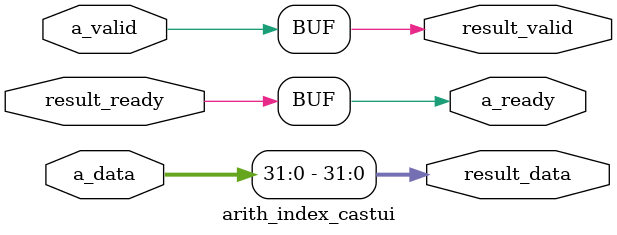
<source format=sv>
module arith_index_castui #(
    parameter int IN_WIDTH  = 64,
    parameter int OUT_WIDTH = 32
) (
    input  logic                 a_valid,
    output logic                 a_ready,
    input  logic [IN_WIDTH-1:0]  a_data,
    output logic                 result_valid,
    input  logic                 result_ready,
    output logic [OUT_WIDTH-1:0] result_data
);
  assign result_valid = a_valid;
  assign a_ready = result_ready;

  generate
    if (OUT_WIDTH > IN_WIDTH) begin : g_extend
      assign result_data = {{(OUT_WIDTH - IN_WIDTH){1'b0}}, a_data};
    end else begin : g_truncate
      assign result_data = a_data[OUT_WIDTH-1:0];
    end
  endgenerate
endmodule

</source>
